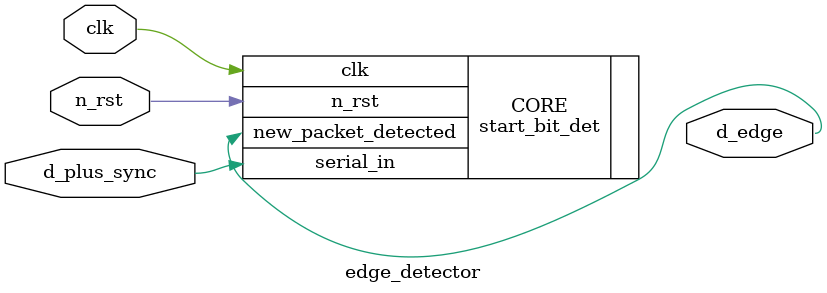
<source format=sv>
module edge_detector
(
    input wire clk,
    input wire n_rst,
    input wire d_plus_sync,
    output reg d_edge
);

start_bit_det
CORE(
    .clk(clk),
    .n_rst(n_rst),
    .serial_in(d_plus_sync),
    .new_packet_detected(d_edge)
);

endmodule
</source>
